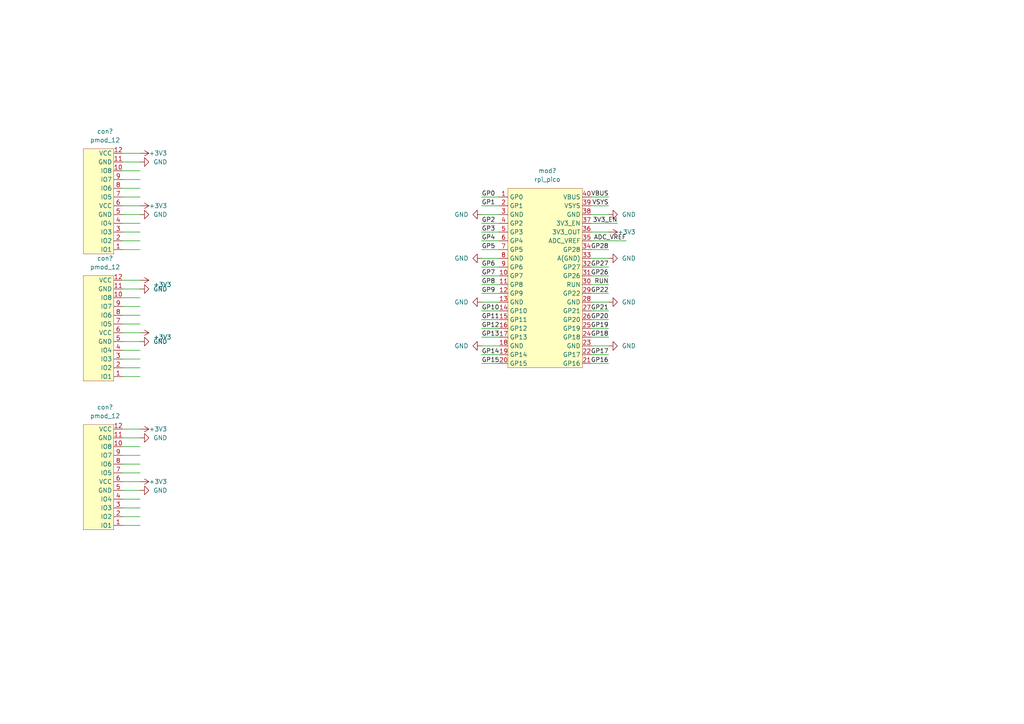
<source format=kicad_sch>
(kicad_sch (version 20201015) (generator eeschema)
  (paper "A4")
  (lib_symbols
    (symbol "connectors:pmod_12"
      (property "Reference" "con" (at -8.89 5.08 90))
      (property "Value" "pmod_12" (at -8.89 -6.35 90))
      (symbol "pmod_12_0_1"
        (rectangle (start -2.54 -13.97) (end -11.43 16.51) (stroke (width 0.001)) (fill (type background)))
      )
      (symbol "pmod_12_1_1"
        (pin bidirectional line (at 0 -12.7 180) (length 2.54) (name "IO1") (number "1"))
        (pin bidirectional line (at 0 -10.16 180) (length 2.54) (name "IO2") (number "2"))
        (pin bidirectional line (at 0 -7.62 180) (length 2.54) (name "IO3") (number "3"))
        (pin bidirectional line (at 0 -5.08 180) (length 2.54) (name "IO4") (number "4"))
        (pin power_out line (at 0 -2.54 180) (length 2.54) (name "GND") (number "5"))
        (pin power_in line (at 0 0 180) (length 2.54) (name "VCC") (number "6"))
        (pin bidirectional line (at 0 2.54 180) (length 2.54) (name "IO5") (number "7"))
        (pin bidirectional line (at 0 5.08 180) (length 2.54) (name "IO6") (number "8"))
        (pin bidirectional line (at 0 7.62 180) (length 2.54) (name "IO7") (number "9"))
        (pin bidirectional line (at 0 10.16 180) (length 2.54) (name "IO8") (number "10"))
        (pin power_out line (at 0 12.7 180) (length 2.54) (name "GND") (number "11"))
        (pin power_in line (at 0 15.24 180) (length 2.54) (name "VCC") (number "12"))
      )
    )
    (symbol "modulles:rpi_pico"
      (property "Reference" "mod" (at 0 7.62 90))
      (property "Value" "rpi_pico" (at 0 -2.54 90))
      (symbol "rpi_pico_0_1"
        (rectangle (start -10.16 25.4) (end 11.43 -26.67) (stroke (width 0.001)) (fill (type background)))
      )
      (symbol "rpi_pico_1_1"
        (pin unspecified line (at -12.7 22.86 0) (length 2.54) (name "GP0") (number "1"))
        (pin unspecified line (at -12.7 20.32 0) (length 2.54) (name "GP1") (number "2"))
        (pin unspecified line (at -12.7 17.78 0) (length 2.54) (name "GND") (number "3"))
        (pin unspecified line (at -12.7 15.24 0) (length 2.54) (name "GP2") (number "4"))
        (pin unspecified line (at -12.7 12.7 0) (length 2.54) (name "GP3") (number "5"))
        (pin unspecified line (at -12.7 10.16 0) (length 2.54) (name "GP4") (number "6"))
        (pin unspecified line (at -12.7 7.62 0) (length 2.54) (name "GP5") (number "7"))
        (pin power_out line (at -12.7 5.08 0) (length 2.54) (name "GND") (number "8"))
        (pin unspecified line (at -12.7 2.54 0) (length 2.54) (name "GP6") (number "9"))
        (pin unspecified line (at -12.7 0 0) (length 2.54) (name "GP7") (number "10"))
        (pin unspecified line (at -12.7 -2.54 0) (length 2.54) (name "GP8") (number "11"))
        (pin unspecified line (at -12.7 -5.08 0) (length 2.54) (name "GP9") (number "12"))
        (pin power_out line (at -12.7 -7.62 0) (length 2.54) (name "GND") (number "13"))
        (pin unspecified line (at -12.7 -10.16 0) (length 2.54) (name "GP10") (number "14"))
        (pin unspecified line (at -12.7 -12.7 0) (length 2.54) (name "GP11") (number "15"))
        (pin unspecified line (at -12.7 -15.24 0) (length 2.54) (name "GP12") (number "16"))
        (pin unspecified line (at -12.7 -17.78 0) (length 2.54) (name "GP13") (number "17"))
        (pin power_out line (at -12.7 -20.32 0) (length 2.54) (name "GND") (number "18"))
        (pin unspecified line (at -12.7 -22.86 0) (length 2.54) (name "GP14") (number "19"))
        (pin unspecified line (at -12.7 -25.4 0) (length 2.54) (name "GP15") (number "20"))
        (pin unspecified line (at 13.97 -25.4 180) (length 2.54) (name "GP16") (number "21"))
        (pin unspecified line (at 13.97 -22.86 180) (length 2.54) (name "GP17") (number "22"))
        (pin power_out line (at 13.97 -20.32 180) (length 2.54) (name "GND") (number "23"))
        (pin unspecified line (at 13.97 -17.78 180) (length 2.54) (name "GP18") (number "24"))
        (pin unspecified line (at 13.97 -15.24 180) (length 2.54) (name "GP19") (number "25"))
        (pin unspecified line (at 13.97 -12.7 180) (length 2.54) (name "GP20") (number "26"))
        (pin unspecified line (at 13.97 -10.16 180) (length 2.54) (name "GP21") (number "27"))
        (pin unspecified line (at 13.97 -7.62 180) (length 2.54) (name "GND") (number "28"))
        (pin unspecified line (at 13.97 -5.08 180) (length 2.54) (name "GP22") (number "29"))
        (pin unspecified line (at 13.97 -2.54 180) (length 2.54) (name "RUN") (number "30"))
        (pin unspecified line (at 13.97 0 180) (length 2.54) (name "GP26") (number "31"))
        (pin unspecified line (at 13.97 2.54 180) (length 2.54) (name "GP27") (number "32"))
        (pin power_out line (at 13.97 5.08 180) (length 2.54) (name "A(GND)") (number "33"))
        (pin unspecified line (at 13.97 7.62 180) (length 2.54) (name "GP28") (number "34"))
        (pin power_in line (at 13.97 10.16 180) (length 2.54) (name "ADC_VREF") (number "35"))
        (pin power_out line (at 13.97 12.7 180) (length 2.54) (name "3V3_OUT") (number "36"))
        (pin input line (at 13.97 15.24 180) (length 2.54) (name "3V3_EN") (number "37"))
        (pin power_out line (at 13.97 17.78 180) (length 2.54) (name "GND") (number "38"))
        (pin power_in line (at 13.97 20.32 180) (length 2.54) (name "VSYS") (number "39"))
        (pin power_in line (at 13.97 22.86 180) (length 2.54) (name "VBUS") (number "40"))
      )
    )
    (symbol "power:+3V3" (power) (pin_names (offset 0))
      (property "Value" "+3V3" (at 0 3.556 0))
      (symbol "+3V3_0_1"
        (polyline (pts (xy -0.762 1.27) (xy 0 2.54)))
        (polyline (pts (xy 0 0) (xy 0 2.54)))
        (polyline (pts (xy 0 2.54) (xy 0.762 1.27)))
      )
      (symbol "+3V3_1_1"
        (pin power_in line (at 0 0 90) (length 0) hide (name "+3V3") (number "1"))
      )
    )
    (symbol "power:GND" (power) (pin_names (offset 0))
      (property "Value" "GND" (at 0 -3.81 0))
      (symbol "GND_0_1"
        (polyline (pts (xy 0 0) (xy 0 -1.27) (xy 1.27 -1.27) (xy 0 -2.54) (xy -1.27 -1.27) (xy 0 -1.27)))
      )
      (symbol "GND_1_1"
        (pin power_in line (at 0 0 270) (length 0) hide (name "GND") (number "1"))
      )
    )
  )
  (wire (pts (xy 35.56 44.45) (xy 40.64 44.45)))
  (wire (pts (xy 35.56 46.99) (xy 40.64 46.99)))
  (wire (pts (xy 35.56 49.53) (xy 40.64 49.53)))
  (wire (pts (xy 35.56 52.07) (xy 40.64 52.07)))
  (wire (pts (xy 35.56 54.61) (xy 40.64 54.61)))
  (wire (pts (xy 35.56 57.15) (xy 40.64 57.15)))
  (wire (pts (xy 35.56 59.69) (xy 40.64 59.69)))
  (wire (pts (xy 35.56 62.23) (xy 40.64 62.23)))
  (wire (pts (xy 35.56 64.77) (xy 40.64 64.77)))
  (wire (pts (xy 35.56 67.31) (xy 40.64 67.31)))
  (wire (pts (xy 35.56 69.85) (xy 40.64 69.85)))
  (wire (pts (xy 35.56 72.39) (xy 40.64 72.39)))
  (wire (pts (xy 35.56 81.28) (xy 40.64 81.28)))
  (wire (pts (xy 35.56 83.82) (xy 40.64 83.82)))
  (wire (pts (xy 35.56 86.36) (xy 40.64 86.36)))
  (wire (pts (xy 35.56 88.9) (xy 40.64 88.9)))
  (wire (pts (xy 35.56 91.44) (xy 40.64 91.44)))
  (wire (pts (xy 35.56 93.98) (xy 40.64 93.98)))
  (wire (pts (xy 35.56 96.52) (xy 40.64 96.52)))
  (wire (pts (xy 35.56 99.06) (xy 40.64 99.06)))
  (wire (pts (xy 35.56 101.6) (xy 40.64 101.6)))
  (wire (pts (xy 35.56 104.14) (xy 40.64 104.14)))
  (wire (pts (xy 35.56 106.68) (xy 40.64 106.68)))
  (wire (pts (xy 35.56 109.22) (xy 40.64 109.22)))
  (wire (pts (xy 40.64 124.46) (xy 35.56 124.46)))
  (wire (pts (xy 40.64 127) (xy 35.56 127)))
  (wire (pts (xy 40.64 129.54) (xy 35.56 129.54)))
  (wire (pts (xy 40.64 132.08) (xy 35.56 132.08)))
  (wire (pts (xy 40.64 134.62) (xy 35.56 134.62)))
  (wire (pts (xy 40.64 137.16) (xy 35.56 137.16)))
  (wire (pts (xy 40.64 139.7) (xy 35.56 139.7)))
  (wire (pts (xy 40.64 142.24) (xy 35.56 142.24)))
  (wire (pts (xy 40.64 144.78) (xy 35.56 144.78)))
  (wire (pts (xy 40.64 147.32) (xy 35.56 147.32)))
  (wire (pts (xy 40.64 149.86) (xy 35.56 149.86)))
  (wire (pts (xy 40.64 152.4) (xy 35.56 152.4)))
  (wire (pts (xy 139.7 57.15) (xy 144.78 57.15)))
  (wire (pts (xy 139.7 59.69) (xy 144.78 59.69)))
  (wire (pts (xy 139.7 62.23) (xy 144.78 62.23)))
  (wire (pts (xy 139.7 64.77) (xy 144.78 64.77)))
  (wire (pts (xy 139.7 67.31) (xy 144.78 67.31)))
  (wire (pts (xy 139.7 69.85) (xy 144.78 69.85)))
  (wire (pts (xy 139.7 72.39) (xy 144.78 72.39)))
  (wire (pts (xy 139.7 74.93) (xy 144.78 74.93)))
  (wire (pts (xy 139.7 77.47) (xy 144.78 77.47)))
  (wire (pts (xy 139.7 80.01) (xy 144.78 80.01)))
  (wire (pts (xy 139.7 82.55) (xy 144.78 82.55)))
  (wire (pts (xy 139.7 85.09) (xy 144.78 85.09)))
  (wire (pts (xy 139.7 87.63) (xy 144.78 87.63)))
  (wire (pts (xy 139.7 90.17) (xy 144.78 90.17)))
  (wire (pts (xy 139.7 92.71) (xy 144.78 92.71)))
  (wire (pts (xy 139.7 95.25) (xy 144.78 95.25)))
  (wire (pts (xy 139.7 97.79) (xy 144.78 97.79)))
  (wire (pts (xy 139.7 100.33) (xy 144.78 100.33)))
  (wire (pts (xy 139.7 102.87) (xy 144.78 102.87)))
  (wire (pts (xy 139.7 105.41) (xy 144.78 105.41)))
  (wire (pts (xy 171.45 57.15) (xy 176.53 57.15)))
  (wire (pts (xy 171.45 59.69) (xy 176.53 59.69)))
  (wire (pts (xy 171.45 62.23) (xy 176.53 62.23)))
  (wire (pts (xy 171.45 64.77) (xy 179.07 64.77)))
  (wire (pts (xy 171.45 67.31) (xy 176.53 67.31)))
  (wire (pts (xy 171.45 69.85) (xy 181.61 69.85)))
  (wire (pts (xy 171.45 72.39) (xy 176.53 72.39)))
  (wire (pts (xy 171.45 74.93) (xy 176.53 74.93)))
  (wire (pts (xy 171.45 77.47) (xy 176.53 77.47)))
  (wire (pts (xy 171.45 80.01) (xy 176.53 80.01)))
  (wire (pts (xy 171.45 82.55) (xy 176.53 82.55)))
  (wire (pts (xy 171.45 85.09) (xy 176.53 85.09)))
  (wire (pts (xy 171.45 87.63) (xy 176.53 87.63)))
  (wire (pts (xy 171.45 90.17) (xy 176.53 90.17)))
  (wire (pts (xy 171.45 92.71) (xy 176.53 92.71)))
  (wire (pts (xy 171.45 95.25) (xy 176.53 95.25)))
  (wire (pts (xy 171.45 97.79) (xy 176.53 97.79)))
  (wire (pts (xy 171.45 100.33) (xy 176.53 100.33)))
  (wire (pts (xy 171.45 102.87) (xy 176.53 102.87)))
  (wire (pts (xy 171.45 105.41) (xy 176.53 105.41)))
  (label "GP0" (at 139.7 57.15 0))
  (label "GP1" (at 139.7 59.69 0))
  (label "GP2" (at 139.7 64.77 0))
  (label "GP3" (at 139.7 67.31 0))
  (label "GP4" (at 139.7 69.85 0))
  (label "GP5" (at 139.7 72.39 0))
  (label "GP6" (at 139.7 77.47 0))
  (label "GP7" (at 139.7 80.01 0))
  (label "GP8" (at 139.7 82.55 0))
  (label "GP9" (at 139.7 85.09 0))
  (label "GP10" (at 139.7 90.17 0))
  (label "GP11" (at 139.7 92.71 0))
  (label "GP12" (at 139.7 95.25 0))
  (label "GP13" (at 139.7 97.79 0))
  (label "GP14" (at 139.7 102.87 0))
  (label "GP15" (at 139.7 105.41 0))
  (label "VBUS" (at 176.53 57.15 180))
  (label "VSYS" (at 176.53 59.69 180))
  (label "GP28" (at 176.53 72.39 180))
  (label "GP27" (at 176.53 77.47 180))
  (label "GP26" (at 176.53 80.01 180))
  (label "RUN" (at 176.53 82.55 180))
  (label "GP22" (at 176.53 85.09 180))
  (label "GP21" (at 176.53 90.17 180))
  (label "GP20" (at 176.53 92.71 180))
  (label "GP19" (at 176.53 95.25 180))
  (label "GP18" (at 176.53 97.79 180))
  (label "GP17" (at 176.53 102.87 180))
  (label "GP16" (at 176.53 105.41 180))
  (label "3V3_EN" (at 179.07 64.77 180))
  (label "ADC_VREF" (at 181.61 69.85 180))
  (symbol (lib_id "power:+3V3") (at 40.64 44.45 270) (unit 1)
    (property "Reference" "#PWR?" (effects hide))
    (property "Value" "+3V3" (at 43.18 44.45 90) (effects (justify left)))
  )
  (symbol (lib_id "power:+3V3") (at 40.64 59.69 270) (unit 1)
    (property "Reference" "#PWR?" (effects hide))
    (property "Value" "+3V3" (at 43.18 59.69 90) (effects (justify left)))
  )
  (symbol (lib_id "power:+3V3") (at 40.64 81.28 270) (unit 1)
    (property "Reference" "#PWR?" (effects hide))
    (property "Value" "+3V3" (at 44.45 82.55 90) (effects (justify left)))
  )
  (symbol (lib_id "power:+3V3") (at 40.64 96.52 270) (unit 1)
    (property "Reference" "#PWR?" (effects hide))
    (property "Value" "+3V3" (at 44.45 97.79 90) (effects (justify left)))
  )
  (symbol (lib_id "power:+3V3") (at 40.64 124.46 270) (unit 1)
    (property "Reference" "#PWR?" (effects hide))
    (property "Value" "+3V3" (at 43.18 124.46 90) (effects (justify left)))
  )
  (symbol (lib_id "power:+3V3") (at 40.64 139.7 270) (unit 1)
    (property "Reference" "#PWR?" (effects hide))
    (property "Value" "+3V3" (at 43.18 139.7 90) (effects (justify left)))
  )
  (symbol (lib_id "power:+3V3") (at 176.53 67.31 270) (unit 1)
    (property "Reference" "#PWR?" (effects hide))
    (property "Value" "+3V3" (at 179.07 67.31 90) (effects (justify left)))
  )
  (symbol (lib_id "power:GND") (at 40.64 46.99 90) (unit 1)
    (property "Reference" "#PWR?" (effects hide))
    (property "Value" "GND" (at 44.45 46.99 90) (effects (justify right)))
  )
  (symbol (lib_id "power:GND") (at 40.64 62.23 90) (unit 1)
    (property "Reference" "#PWR?" (effects hide))
    (property "Value" "GND" (at 44.45 62.23 90) (effects (justify right)))
  )
  (symbol (lib_id "power:GND") (at 40.64 83.82 90) (unit 1)
    (property "Reference" "#PWR?" (effects hide))
    (property "Value" "GND" (at 44.45 83.82 90) (effects (justify right)))
  )
  (symbol (lib_id "power:GND") (at 40.64 99.06 90) (unit 1)
    (property "Reference" "#PWR?" (effects hide))
    (property "Value" "GND" (at 44.45 99.06 90) (effects (justify right)))
  )
  (symbol (lib_id "power:GND") (at 40.64 127 90) (unit 1)
    (property "Reference" "#PWR?" (effects hide))
    (property "Value" "GND" (at 44.45 127 90) (effects (justify right)))
  )
  (symbol (lib_id "power:GND") (at 40.64 142.24 90) (unit 1)
    (property "Reference" "#PWR?" (effects hide))
    (property "Value" "GND" (at 44.45 142.24 90) (effects (justify right)))
  )
  (symbol (lib_id "power:GND") (at 139.7 62.23 270) (unit 1)
    (property "Reference" "#PWR?" (effects hide))
    (property "Value" "GND" (at 135.89 62.23 90) (effects (justify right)))
  )
  (symbol (lib_id "power:GND") (at 139.7 74.93 270) (unit 1)
    (property "Reference" "#PWR?" (effects hide))
    (property "Value" "GND" (at 135.89 74.93 90) (effects (justify right)))
  )
  (symbol (lib_id "power:GND") (at 139.7 87.63 270) (unit 1)
    (property "Reference" "#PWR?" (effects hide))
    (property "Value" "GND" (at 135.89 87.63 90) (effects (justify right)))
  )
  (symbol (lib_id "power:GND") (at 139.7 100.33 270) (unit 1)
    (property "Reference" "#PWR?" (effects hide))
    (property "Value" "GND" (at 135.89 100.33 90) (effects (justify right)))
  )
  (symbol (lib_id "power:GND") (at 176.53 62.23 90) (unit 1)
    (property "Reference" "#PWR?" (effects hide))
    (property "Value" "GND" (at 180.34 62.23 90) (effects (justify right)))
  )
  (symbol (lib_id "power:GND") (at 176.53 74.93 90) (unit 1)
    (property "Reference" "#PWR?" (effects hide))
    (property "Value" "GND" (at 180.34 74.93 90) (effects (justify right)))
  )
  (symbol (lib_id "power:GND") (at 176.53 87.63 90) (unit 1)
    (property "Reference" "#PWR?" (effects hide))
    (property "Value" "GND" (at 180.34 87.63 90) (effects (justify right)))
  )
  (symbol (lib_id "power:GND") (at 176.53 100.33 90) (unit 1)
    (property "Reference" "#PWR?" (effects hide))
    (property "Value" "GND" (at 180.34 100.33 90) (effects (justify right)))
  )
  (symbol (lib_id "connectors:pmod_12") (at 35.56 59.69 0) (unit 1)
    (property "Reference" "con?" (at 30.48 38.1 0))
    (property "Value" "pmod_12" (at 30.48 40.64 0))
  )
  (symbol (lib_id "connectors:pmod_12") (at 35.56 96.52 0) (unit 1)
    (property "Reference" "con?" (at 30.48 74.93 0))
    (property "Value" "pmod_12" (at 30.48 77.47 0))
  )
  (symbol (lib_id "connectors:pmod_12") (at 35.56 139.7 0) (unit 1)
    (property "Reference" "con?" (at 30.48 118.11 0))
    (property "Value" "pmod_12" (at 30.48 120.65 0))
  )
  (symbol (lib_id "modulles:rpi_pico") (at 157.48 80.01 0) (unit 1)
    (property "Reference" "mod?" (at 158.75 49.53 0))
    (property "Value" "rpi_pico" (at 158.75 52.07 0))
  )
)
</source>
